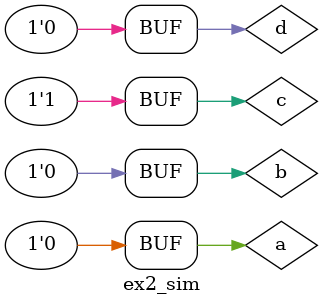
<source format=v>
`timescale 1ns/ 1ps

module ex2_sim();
  reg a, b, c, d;
  wire w, x, y ,z;
  
  ex2 uut(.a(a), .b(b), .c(c), .d(d), .w(w), .x(x), .y(y), .z(z));
  
  initial begin
    a = 0; b = 0; c = 0; d = 0; #100;
    a = 0; b = 0; c = 1; d = 1; #10;
    a = 1; b = 0; c = 1; d = 0; #10;
    a = 1; b = 1; c = 0; d = 0; #10;
    a = 0; b = 0; c = 1; d = 1; #10;
    a = 1; b = 0; c = 1; d = 1; #10;
    a = 1; b = 1; c = 1; d = 1; #10;
    a = 1; b = 1; c = 0; d = 1; #10;
    a = 0; b = 0; c = 1; d = 0; #10;
    a = 0; b = 0; c = 0; d = 1; #10;
    a = 0; b = 0; c = 1; d = 0; #10;
    
  end
endmodule
</source>
